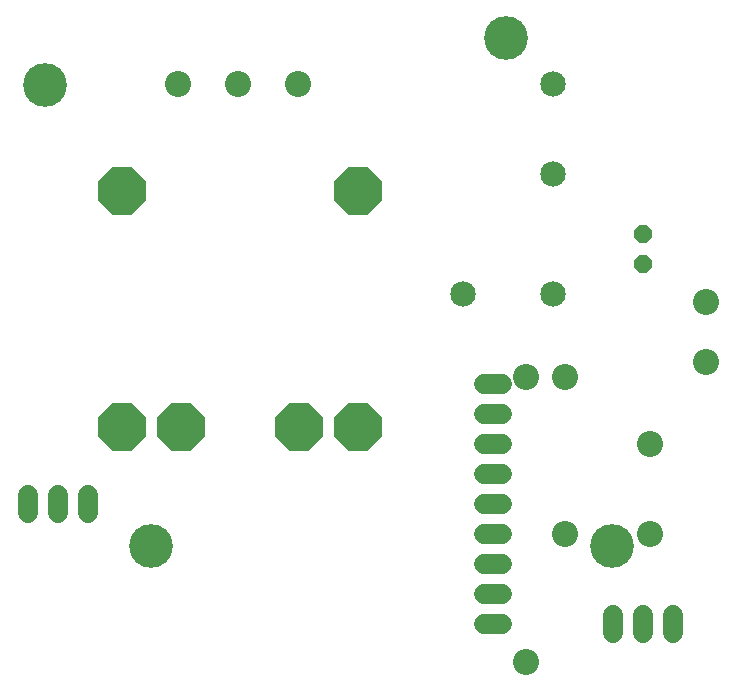
<source format=gbr>
G04 EAGLE Gerber RS-274X export*
G75*
%MOMM*%
%FSLAX34Y34*%
%LPD*%
%INSoldermask Top*%
%IPPOS*%
%AMOC8*
5,1,8,0,0,1.08239X$1,22.5*%
G01*
%ADD10C,3.703200*%
%ADD11P,1.649562X8X112.500000*%
%ADD12C,1.727200*%
%ADD13C,2.153200*%
%ADD14C,2.203200*%
%ADD15P,4.343848X8X292.500000*%


D10*
X130000Y130000D03*
X520000Y130000D03*
X430000Y560000D03*
X40000Y520000D03*
D11*
X546100Y368300D03*
X546100Y393700D03*
D12*
X571500Y71120D02*
X571500Y55880D01*
X546100Y55880D02*
X546100Y71120D01*
X520700Y71120D02*
X520700Y55880D01*
D13*
X469900Y342900D03*
X393700Y342900D03*
X469900Y444500D03*
X469900Y520700D03*
D14*
X152189Y520950D03*
X202989Y520950D03*
X253789Y520950D03*
D12*
X76200Y172720D02*
X76200Y157480D01*
X50800Y157480D02*
X50800Y172720D01*
X25400Y172720D02*
X25400Y157480D01*
D15*
X305176Y430276D03*
X105024Y430276D03*
X105024Y230124D03*
X155062Y230124D03*
X255138Y230124D03*
X305176Y230124D03*
D12*
X411480Y266700D02*
X426720Y266700D01*
X426720Y241300D02*
X411480Y241300D01*
X411480Y215900D02*
X426720Y215900D01*
X426720Y190500D02*
X411480Y190500D01*
X411480Y165100D02*
X426720Y165100D01*
X426720Y139700D02*
X411480Y139700D01*
X411480Y114300D02*
X426720Y114300D01*
X426720Y88900D02*
X411480Y88900D01*
X411480Y63500D02*
X426720Y63500D01*
D14*
X600000Y285000D03*
X600000Y335800D03*
X447600Y31000D03*
X447600Y272500D03*
X480000Y272500D03*
X480000Y139700D03*
X552500Y215900D03*
X552500Y139700D03*
M02*

</source>
